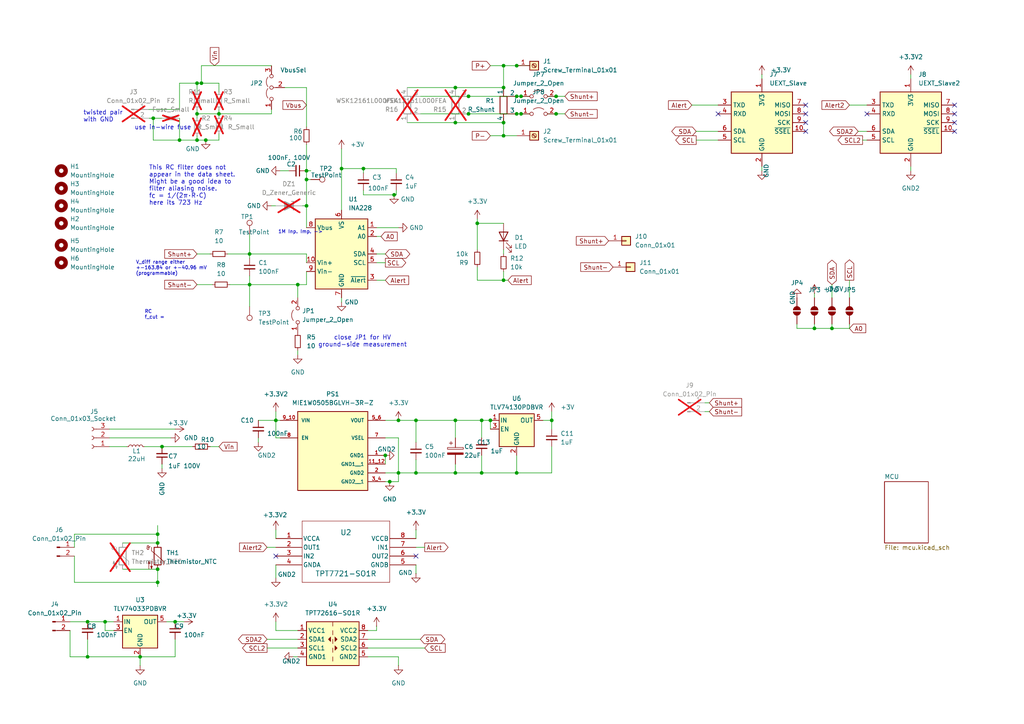
<source format=kicad_sch>
(kicad_sch (version 20231120) (generator "eeschema") (generator_version "8.0")
  (paper "A4")
  (junction (at 151.13 27.94))
  (junction (at 113.03 139.7))
  (junction (at 59.69 40.64))
  (junction (at 120.65 121.92))
  (junction (at 88.9 52.07))
  (junction (at 149.86 137.16))
  (junction (at 58.42 24.13))
  (junction (at 132.08 35.56))
  (junction (at 111.76 132.08))
  (junction (at 45.72 154.94))
  (junction (at 99.06 48.895))
  (junction (at 88.9 49.53))
  (junction (at 88.9 59.69))
  (junction (at 115.57 121.92))
  (junction (at 146.05 35.56))
  (junction (at 139.7 137.16))
  (junction (at 146.05 19.05))
  (junction (at 44.45 34.29))
  (junction (at 63.5 33.02))
  (junction (at 25.4 180.34))
  (junction (at 132.08 25.4))
  (junction (at 86.36 82.55))
  (junction (at 46.99 129.54))
  (junction (at 25.4 190.5))
  (junction (at 132.08 137.16))
  (junction (at 57.15 24.13))
  (junction (at 30.48 180.34))
  (junction (at 149.86 33.02))
  (junction (at 146.05 25.4))
  (junction (at 161.29 27.94))
  (junction (at 151.13 33.02))
  (junction (at 139.7 121.92))
  (junction (at 120.65 137.16))
  (junction (at 135.89 33.02))
  (junction (at 114.3 56.515))
  (junction (at 161.29 33.02))
  (junction (at 45.72 168.91))
  (junction (at 45.72 165.1))
  (junction (at 72.39 73.66))
  (junction (at 45.72 157.48))
  (junction (at 72.39 82.55))
  (junction (at 138.43 64.77))
  (junction (at 50.8 180.34))
  (junction (at 149.86 19.05))
  (junction (at 160.02 121.92))
  (junction (at 132.08 121.92))
  (junction (at 80.01 121.92))
  (junction (at 57.15 40.64))
  (junction (at 241.3 95.25))
  (junction (at 105.41 48.895))
  (junction (at 146.05 39.37))
  (junction (at 135.89 27.94))
  (junction (at 52.07 40.64))
  (junction (at 236.22 95.25))
  (junction (at 146.05 81.28))
  (junction (at 149.86 27.94))
  (junction (at 115.57 137.16))
  (junction (at 57.15 33.02))
  (junction (at 142.24 121.92))
  (junction (at 40.64 190.5))
  (no_connect (at 120.65 161.29))
  (no_connect (at 80.01 161.29))
  (no_connect (at 276.86 30.48))
  (no_connect (at 276.86 33.02))
  (no_connect (at 233.68 30.48))
  (no_connect (at 251.46 33.02))
  (no_connect (at 233.68 38.1))
  (no_connect (at 233.68 35.56))
  (no_connect (at 208.28 33.02))
  (no_connect (at 276.86 35.56))
  (no_connect (at 233.68 33.02))
  (no_connect (at 276.86 38.1))
  (wire (pts (xy 158.75 33.02) (xy 161.29 33.02)))
  (wire (pts (xy 43.18 34.29) (xy 44.45 34.29)))
  (wire (pts (xy 160.02 129.54) (xy 160.02 137.16)))
  (wire (pts (xy 151.13 27.94) (xy 153.67 27.94)))
  (wire (pts (xy 114.935 55.245) (xy 114.935 56.515)))
  (wire (pts (xy 63.5 31.75) (xy 63.5 33.02)))
  (wire (pts (xy 31.75 124.46) (xy 50.8 124.46)))
  (wire (pts (xy 63.5 40.64) (xy 63.5 38.735)))
  (wire (pts (xy 63.5 33.02) (xy 63.5 33.655)))
  (wire (pts (xy 77.47 187.96) (xy 86.36 187.96)))
  (wire (pts (xy 85.09 190.5) (xy 86.36 190.5)))
  (wire (pts (xy 50.8 180.34) (xy 53.34 180.34)))
  (wire (pts (xy 86.36 182.88) (xy 80.01 182.88)))
  (wire (pts (xy 146.05 81.28) (xy 147.32 81.28)))
  (wire (pts (xy 46.99 129.54) (xy 55.88 129.54)))
  (wire (pts (xy 77.47 185.42) (xy 86.36 185.42)))
  (wire (pts (xy 121.92 27.94) (xy 135.89 27.94)))
  (wire (pts (xy 66.04 73.66) (xy 72.39 73.66)))
  (wire (pts (xy 57.15 40.64) (xy 59.69 40.64)))
  (wire (pts (xy 142.24 39.37) (xy 146.05 39.37)))
  (wire (pts (xy 111.76 137.16) (xy 115.57 137.16)))
  (wire (pts (xy 20.32 180.34) (xy 25.4 180.34)))
  (wire (pts (xy 45.72 154.94) (xy 45.72 157.48)))
  (wire (pts (xy 45.72 152.4) (xy 45.72 154.94)))
  (wire (pts (xy 90.17 52.07) (xy 88.9 52.07)))
  (wire (pts (xy 139.7 137.16) (xy 132.08 137.16)))
  (wire (pts (xy 138.43 64.77) (xy 146.05 64.77)))
  (wire (pts (xy 149.86 39.37) (xy 146.05 39.37)))
  (wire (pts (xy 72.39 73.66) (xy 72.39 74.93)))
  (wire (pts (xy 50.8 185.42) (xy 50.8 190.5)))
  (wire (pts (xy 113.03 139.7) (xy 115.57 139.7)))
  (wire (pts (xy 72.39 73.66) (xy 88.9 73.66)))
  (wire (pts (xy 106.68 182.88) (xy 109.22 182.88)))
  (wire (pts (xy 78.74 31.75) (xy 78.74 33.02)))
  (wire (pts (xy 157.48 121.92) (xy 160.02 121.92)))
  (wire (pts (xy 264.16 21.59) (xy 264.16 22.86)))
  (wire (pts (xy 78.74 59.69) (xy 80.01 59.69)))
  (wire (pts (xy 88.9 73.66) (xy 88.9 76.2)))
  (wire (pts (xy 132.08 134.62) (xy 132.08 137.16)))
  (wire (pts (xy 236.22 85.09) (xy 236.22 86.36)))
  (wire (pts (xy 115.57 66.04) (xy 109.22 66.04)))
  (wire (pts (xy 41.91 129.54) (xy 46.99 129.54)))
  (wire (pts (xy 72.39 82.55) (xy 72.39 88.9)))
  (wire (pts (xy 149.86 137.16) (xy 139.7 137.16)))
  (wire (pts (xy 241.3 82.55) (xy 241.3 86.36)))
  (wire (pts (xy 115.57 137.16) (xy 115.57 139.7)))
  (wire (pts (xy 111.76 121.92) (xy 115.57 121.92)))
  (wire (pts (xy 86.36 101.6) (xy 86.36 102.87)))
  (wire (pts (xy 132.08 127) (xy 132.08 121.92)))
  (wire (pts (xy 59.69 40.64) (xy 63.5 40.64)))
  (wire (pts (xy 57.15 33.02) (xy 63.5 33.02)))
  (wire (pts (xy 146.05 34.29) (xy 146.05 35.56)))
  (wire (pts (xy 72.39 82.55) (xy 86.36 82.55)))
  (wire (pts (xy 31.75 127) (xy 49.53 127)))
  (wire (pts (xy 139.7 121.92) (xy 142.24 121.92)))
  (wire (pts (xy 246.38 95.25) (xy 246.38 93.98)))
  (wire (pts (xy 138.43 81.28) (xy 146.05 81.28)))
  (wire (pts (xy 111.76 127) (xy 115.57 127)))
  (wire (pts (xy 40.64 190.5) (xy 40.64 193.04)))
  (wire (pts (xy 132.08 137.16) (xy 120.65 137.16)))
  (wire (pts (xy 57.15 26.67) (xy 57.15 24.13)))
  (wire (pts (xy 80.01 127) (xy 81.28 127)))
  (wire (pts (xy 106.68 190.5) (xy 115.57 190.5)))
  (wire (pts (xy 82.55 25.4) (xy 88.9 25.4)))
  (wire (pts (xy 248.92 38.1) (xy 251.46 38.1)))
  (wire (pts (xy 161.29 27.94) (xy 163.83 27.94)))
  (wire (pts (xy 44.45 40.64) (xy 52.07 40.64)))
  (wire (pts (xy 44.45 40.64) (xy 44.45 34.29)))
  (wire (pts (xy 72.39 80.01) (xy 72.39 82.55)))
  (wire (pts (xy 109.22 68.58) (xy 110.49 68.58)))
  (wire (pts (xy 99.06 43.18) (xy 99.06 48.895)))
  (wire (pts (xy 57.15 82.55) (xy 61.595 82.55)))
  (wire (pts (xy 80.01 180.34) (xy 80.01 182.88)))
  (wire (pts (xy 88.9 49.53) (xy 88.9 52.07)))
  (wire (pts (xy 105.41 55.245) (xy 105.41 56.515)))
  (wire (pts (xy 132.08 121.92) (xy 139.7 121.92)))
  (wire (pts (xy 43.18 31.75) (xy 52.07 31.75)))
  (wire (pts (xy 72.39 67.945) (xy 72.39 73.66)))
  (wire (pts (xy 86.36 82.55) (xy 86.36 86.36)))
  (wire (pts (xy 21.59 154.94) (xy 21.59 158.75)))
  (wire (pts (xy 158.75 27.94) (xy 161.29 27.94)))
  (wire (pts (xy 25.4 180.34) (xy 30.48 180.34)))
  (wire (pts (xy 106.68 187.96) (xy 123.19 187.96)))
  (wire (pts (xy 109.22 81.28) (xy 111.76 81.28)))
  (wire (pts (xy 25.4 190.5) (xy 40.64 190.5)))
  (wire (pts (xy 52.07 24.13) (xy 57.15 24.13)))
  (wire (pts (xy 45.72 168.91) (xy 45.72 170.18)))
  (wire (pts (xy 142.24 121.92) (xy 142.24 124.46)))
  (wire (pts (xy 121.92 33.02) (xy 135.89 33.02)))
  (wire (pts (xy 105.41 56.515) (xy 114.3 56.515)))
  (wire (pts (xy 120.65 158.75) (xy 123.19 158.75)))
  (wire (pts (xy 80.01 153.67) (xy 80.01 156.21)))
  (wire (pts (xy 45.72 154.94) (xy 21.59 154.94)))
  (wire (pts (xy 46.99 134.62) (xy 46.99 135.89)))
  (wire (pts (xy 135.89 27.94) (xy 149.86 27.94)))
  (wire (pts (xy 201.93 40.64) (xy 208.28 40.64)))
  (wire (pts (xy 114.3 56.515) (xy 114.935 56.515)))
  (wire (pts (xy 139.7 121.92) (xy 139.7 127)))
  (wire (pts (xy 120.65 128.27) (xy 120.65 121.92)))
  (wire (pts (xy 115.57 193.04) (xy 115.57 190.5)))
  (wire (pts (xy 204.47 119.38) (xy 205.74 119.38)))
  (wire (pts (xy 146.05 72.39) (xy 146.05 73.66)))
  (wire (pts (xy 31.75 129.54) (xy 36.83 129.54)))
  (wire (pts (xy 149.86 33.02) (xy 151.13 33.02)))
  (wire (pts (xy 52.07 31.75) (xy 52.07 24.13)))
  (wire (pts (xy 66.675 82.55) (xy 72.39 82.55)))
  (wire (pts (xy 60.96 129.54) (xy 63.5 129.54)))
  (wire (pts (xy 35.56 157.48) (xy 45.72 157.48)))
  (wire (pts (xy 246.38 81.28) (xy 246.38 86.36)))
  (wire (pts (xy 160.02 137.16) (xy 149.86 137.16)))
  (wire (pts (xy 99.06 86.36) (xy 99.06 87.63)))
  (wire (pts (xy 48.26 180.34) (xy 50.8 180.34)))
  (wire (pts (xy 201.93 38.1) (xy 208.28 38.1)))
  (wire (pts (xy 151.13 33.02) (xy 153.67 33.02)))
  (wire (pts (xy 200.66 30.48) (xy 208.28 30.48)))
  (wire (pts (xy 132.08 25.4) (xy 146.05 25.4)))
  (wire (pts (xy 88.9 52.07) (xy 88.9 59.69)))
  (wire (pts (xy 87.63 59.69) (xy 88.9 59.69)))
  (wire (pts (xy 57.15 73.66) (xy 60.96 73.66)))
  (wire (pts (xy 52.07 40.64) (xy 57.15 40.64)))
  (wire (pts (xy 80.01 127) (xy 80.01 121.92)))
  (wire (pts (xy 30.48 182.88) (xy 30.48 180.34)))
  (wire (pts (xy 63.5 24.13) (xy 63.5 26.67)))
  (wire (pts (xy 99.06 48.895) (xy 105.41 48.895)))
  (wire (pts (xy 250.19 40.64) (xy 251.46 40.64)))
  (wire (pts (xy 149.86 132.08) (xy 149.86 137.16)))
  (wire (pts (xy 109.22 181.61) (xy 109.22 182.88)))
  (wire (pts (xy 74.93 121.92) (xy 80.01 121.92)))
  (wire (pts (xy 80.01 163.83) (xy 80.01 167.64)))
  (wire (pts (xy 21.59 168.91) (xy 45.72 168.91)))
  (wire (pts (xy 120.65 163.83) (xy 120.65 166.37)))
  (wire (pts (xy 114.935 48.895) (xy 114.935 50.165)))
  (wire (pts (xy 241.3 95.25) (xy 246.38 95.25)))
  (wire (pts (xy 44.45 34.29) (xy 46.99 34.29)))
  (wire (pts (xy 241.3 95.25) (xy 241.3 93.98)))
  (wire (pts (xy 118.11 35.56) (xy 132.08 35.56)))
  (wire (pts (xy 88.9 49.53) (xy 90.17 49.53)))
  (wire (pts (xy 35.56 165.1) (xy 45.72 165.1)))
  (wire (pts (xy 81.28 49.53) (xy 83.82 49.53)))
  (wire (pts (xy 25.4 185.42) (xy 25.4 190.5)))
  (wire (pts (xy 111.76 139.7) (xy 113.03 139.7)))
  (wire (pts (xy 78.74 19.05) (xy 58.42 19.05)))
  (wire (pts (xy 80.01 121.92) (xy 81.28 121.92)))
  (wire (pts (xy 142.24 19.05) (xy 146.05 19.05)))
  (wire (pts (xy 160.02 119.38) (xy 160.02 121.92)))
  (wire (pts (xy 115.57 127) (xy 115.57 137.16)))
  (wire (pts (xy 33.02 182.88) (xy 30.48 182.88)))
  (wire (pts (xy 30.48 180.34) (xy 33.02 180.34)))
  (wire (pts (xy 20.32 182.88) (xy 20.32 190.5)))
  (wire (pts (xy 231.14 95.25) (xy 236.22 95.25)))
  (wire (pts (xy 57.15 24.13) (xy 58.42 24.13)))
  (wire (pts (xy 57.15 31.75) (xy 57.15 33.02)))
  (wire (pts (xy 57.15 33.02) (xy 57.15 34.29)))
  (wire (pts (xy 120.65 153.67) (xy 120.65 156.21)))
  (wire (pts (xy 264.16 48.26) (xy 264.16 49.53)))
  (wire (pts (xy 236.22 95.25) (xy 241.3 95.25)))
  (wire (pts (xy 88.9 78.74) (xy 88.9 82.55)))
  (wire (pts (xy 58.42 24.13) (xy 63.5 24.13)))
  (wire (pts (xy 132.08 35.56) (xy 146.05 35.56)))
  (wire (pts (xy 138.43 64.77) (xy 138.43 72.39)))
  (wire (pts (xy 80.01 119.38) (xy 80.01 121.92)))
  (wire (pts (xy 63.5 33.02) (xy 78.74 33.02)))
  (wire (pts (xy 146.05 35.56) (xy 146.05 39.37)))
  (wire (pts (xy 50.8 190.5) (xy 40.64 190.5)))
  (wire (pts (xy 132.08 121.92) (xy 120.65 121.92)))
  (wire (pts (xy 88.9 25.4) (xy 88.9 36.83)))
  (wire (pts (xy 20.32 190.5) (xy 25.4 190.5)))
  (wire (pts (xy 74.93 127) (xy 74.93 128.27)))
  (wire (pts (xy 146.05 19.05) (xy 149.86 19.05)))
  (wire (pts (xy 111.76 132.08) (xy 111.76 134.62)))
  (wire (pts (xy 149.86 27.94) (xy 151.13 27.94)))
  (wire (pts (xy 135.89 33.02) (xy 149.86 33.02)))
  (wire (pts (xy 77.47 158.75) (xy 80.01 158.75)))
  (wire (pts (xy 86.36 82.55) (xy 88.9 82.55)))
  (wire (pts (xy 149.86 19.05) (xy 153.67 19.05)))
  (wire (pts (xy 109.22 76.2) (xy 111.76 76.2)))
  (wire (pts (xy 146.05 78.74) (xy 146.05 81.28)))
  (wire (pts (xy 236.22 95.25) (xy 236.22 93.98)))
  (wire (pts (xy 139.7 132.08) (xy 139.7 137.16)))
  (wire (pts (xy 246.38 30.48) (xy 251.46 30.48)))
  (wire (pts (xy 99.06 48.895) (xy 99.06 60.96)))
  (wire (pts (xy 231.14 95.25) (xy 231.14 93.98)))
  (wire (pts (xy 115.57 121.92) (xy 120.65 121.92)))
  (wire (pts (xy 106.68 185.42) (xy 121.92 185.42)))
  (wire (pts (xy 120.65 137.16) (xy 115.57 137.16)))
  (wire (pts (xy 105.41 48.895) (xy 114.935 48.895)))
  (wire (pts (xy 220.98 21.59) (xy 220.98 22.86)))
  (wire (pts (xy 45.72 165.1) (xy 45.72 168.91)))
  (wire (pts (xy 57.15 39.37) (xy 57.15 40.64)))
  (wire (pts (xy 161.29 33.02) (xy 163.83 33.02)))
  (wire (pts (xy 160.02 121.92) (xy 160.02 124.46)))
  (wire (pts (xy 120.65 133.35) (xy 120.65 137.16)))
  (wire (pts (xy 146.05 19.05) (xy 146.05 25.4)))
  (wire (pts (xy 138.43 63.5) (xy 138.43 64.77)))
  (wire (pts (xy 109.22 73.66) (xy 111.76 73.66)))
  (wire (pts (xy 204.47 116.84) (xy 205.74 116.84)))
  (wire (pts (xy 105.41 48.895) (xy 105.41 50.165)))
  (wire (pts (xy 118.11 25.4) (xy 132.08 25.4)))
  (wire (pts (xy 88.9 41.91) (xy 88.9 49.53)))
  (wire (pts (xy 58.42 19.05) (xy 58.42 24.13)))
  (wire (pts (xy 21.59 161.29) (xy 21.59 168.91)))
  (wire (pts (xy 146.05 25.4) (xy 146.05 26.67)))
  (wire (pts (xy 220.98 48.26) (xy 220.98 49.53)))
  (wire (pts (xy 88.9 59.69) (xy 88.9 66.04)))
  (wire (pts (xy 138.43 77.47) (xy 138.43 81.28)))
  (wire (pts (xy 52.07 34.29) (xy 52.07 40.64)))
  (text "1M Inp. Imp. ->" (at 80.645 67.945 0) (effects (font (size 1 1)) (justify left bottom)))
  (text "RC\nf_cut = " (at 41.91 92.71 0) (effects (font (size 1 1)) (justify left bottom)))
  (text "This RC filter does not\nappear in the data sheet.\nMight be a good idea to \nfilter aliasing noise.\nf_{C} = 1/(2π·R·C)\nhere its 723 Hz" (at 43.18 59.69 0) (effects (font (size 1.27 1.27)) (justify left bottom)))
  (text "close JP1 for HV\nground-side measurement" (at 105.156 99.06 0) (effects (font (size 1.27 1.27))))
  (text "use in-wire fuse\n" (at 47.244 37.084 0) (effects (font (size 1.27 1.27))))
  (text "TODO:\n* choose current sense resistor https://www.lcsc.com/products/Current-Sense-Resistors-Shunt-Resistors_909.html\n* eval board schematics https://www.ti.com/lit/ug/sbou241e/sbou241e.pdf\n* relay output\n* another led gpio\n* deep sleep?\n* serial out? (isolated)\n\n* Add PWM output (2,4ch)\n* add 2x AUX ADC1 inputs with voltage dividers\n* Add uext\n* add 2nd voltage divicer network\n* add alert output\n\nanalog version: use analog amp https://www.ti.com/de-de/amplifier-circuit/current-sense/analog-output/products.html#sort=p1170;asc\n+ ADC" (at 84.836 -3.81 0) (effects (font (size 1.27 1.27)) (justify left bottom)))
  (text "V_diff range either\n+-163.84 or +-40.96 mV\n(programmable)" (at 39.37 80.01 0) (effects (font (size 1 1)) (justify left bottom)))
  (text "twisted pair\nwith GND" (at 24.13 35.56 0) (effects (font (size 1.27 1.27)) (justify left bottom)))
  (global_label "Shunt+" (shape input) (at 205.74 116.84 0) (property "Intersheetrefs" "${INTERSHEET_REFS}" (effects (hide yes))))
  (global_label "Shunt-" (shape input) (at 205.74 119.38 0) (property "Intersheetrefs" "${INTERSHEET_REFS}" (effects (hide yes))))
  (global_label "P-" (shape input) (at 142.24 39.37 180) (property "Intersheetrefs" "${INTERSHEET_REFS}" (effects (hide yes))))
  (global_label "Alert" (shape input) (at 111.76 81.28 0) (property "Intersheetrefs" "${INTERSHEET_REFS}" (effects (hide yes))))
  (global_label "P+" (shape input) (at 142.24 19.05 180) (property "Intersheetrefs" "${INTERSHEET_REFS}" (effects (hide yes))))
  (global_label "SCL" (shape output) (at 246.38 81.28 90) (property "Intersheetrefs" "${INTERSHEET_REFS}" (effects (hide yes))))
  (global_label "SCL" (shape output) (at 111.76 76.2 0) (property "Intersheetrefs" "${INTERSHEET_REFS}" (effects (hide yes))))
  (global_label "SCL2" (shape output) (at 250.19 40.64 180) (property "Intersheetrefs" "${INTERSHEET_REFS}" (effects (hide yes))))
  (global_label "Shunt+" (shape input) (at 57.15 73.66 180) (property "Intersheetrefs" "${INTERSHEET_REFS}" (effects (hide yes))))
  (global_label "SDA2" (shape bidirectional) (at 77.47 185.42 180) (property "Intersheetrefs" "${INTERSHEET_REFS}" (effects (hide yes))))
  (global_label "Vin" (shape input) (at 62.23 19.05 90) (property "Intersheetrefs" "${INTERSHEET_REFS}" (effects (hide yes))))
  (global_label "SDA" (shape bidirectional) (at 201.93 38.1 180) (property "Intersheetrefs" "${INTERSHEET_REFS}" (effects (hide yes))))
  (global_label "SCL" (shape input) (at 123.19 187.96 0) (property "Intersheetrefs" "${INTERSHEET_REFS}" (effects (hide yes))))
  (global_label "Shunt+" (shape input) (at 163.83 27.94 0) (property "Intersheetrefs" "${INTERSHEET_REFS}" (effects (hide yes))))
  (global_label "Shunt-" (shape input) (at 57.15 82.55 180) (property "Intersheetrefs" "${INTERSHEET_REFS}" (effects (hide yes))))
  (global_label "Shunt-" (shape input) (at 177.8 77.47 180) (property "Intersheetrefs" "${INTERSHEET_REFS}" (effects (hide yes))))
  (global_label "Shunt-" (shape input) (at 163.83 33.02 0) (property "Intersheetrefs" "${INTERSHEET_REFS}" (effects (hide yes))))
  (global_label "Alert2" (shape input) (at 246.38 30.48 180) (property "Intersheetrefs" "${INTERSHEET_REFS}" (effects (hide yes))))
  (global_label "Alert" (shape output) (at 123.19 158.75 0) (property "Intersheetrefs" "${INTERSHEET_REFS}" (effects (hide yes))))
  (global_label "Vbus" (shape input) (at 88.9 30.48 180) (property "Intersheetrefs" "${INTERSHEET_REFS}" (effects (hide yes))))
  (global_label "SDA2" (shape bidirectional) (at 248.92 38.1 180) (property "Intersheetrefs" "${INTERSHEET_REFS}" (effects (hide yes))))
  (global_label "Shunt+" (shape input) (at 176.53 69.85 180) (property "Intersheetrefs" "${INTERSHEET_REFS}" (effects (hide yes))))
  (global_label "Alert" (shape input) (at 200.66 30.48 180) (property "Intersheetrefs" "${INTERSHEET_REFS}" (effects (hide yes))))
  (global_label "SDA" (shape bidirectional) (at 241.3 82.55 90) (property "Intersheetrefs" "${INTERSHEET_REFS}" (effects (hide yes))))
  (global_label "Vin" (shape input) (at 63.5 129.54 0) (property "Intersheetrefs" "${INTERSHEET_REFS}" (effects (hide yes))))
  (global_label "Alert2" (shape input) (at 77.47 158.75 180) (property "Intersheetrefs" "${INTERSHEET_REFS}" (effects (hide yes))))
  (global_label "SDA" (shape bidirectional) (at 121.92 185.42 0) (property "Intersheetrefs" "${INTERSHEET_REFS}" (effects (hide yes))))
  (global_label "A0" (shape input) (at 110.49 68.58 0) (property "Intersheetrefs" "${INTERSHEET_REFS}" (effects (hide yes))))
  (global_label "A0" (shape input) (at 246.38 95.25 0) (property "Intersheetrefs" "${INTERSHEET_REFS}" (effects (hide yes))))
  (global_label "SCL2" (shape output) (at 77.47 187.96 180) (property "Intersheetrefs" "${INTERSHEET_REFS}" (effects (hide yes))))
  (global_label "SDA" (shape bidirectional) (at 111.76 73.66 0) (property "Intersheetrefs" "${INTERSHEET_REFS}" (effects (hide yes))))
  (global_label "SCL" (shape output) (at 201.93 40.64 180) (property "Intersheetrefs" "${INTERSHEET_REFS}" (effects (hide yes))))
  (global_label "Alert" (shape input) (at 147.32 81.28 0) (property "Intersheetrefs" "${INTERSHEET_REFS}" (effects (hide yes))))
  (symbol (lib_id "Mechanical:MountingHole") (at 17.78 49.53 0) (unit 1) (exclude_from_sim yes) (in_bom no)
    (property "Reference" "H1" (at 20.32 48.2599 0) (effects (justify left)))
    (property "Value" "MountingHole" (at 20.32 50.7999 0) (effects (justify left)))
    (property "Footprint" "MountingHole:MountingHole_2.2mm_M2" (effects (hide yes)))
    (property "Description" "Mounting Hole without connection" (effects (hide yes)))
  )
  (symbol (lib_id "power:GND") (at 46.99 135.89 0) (unit 1)
    (property "Reference" "#PWR014" (effects (hide yes)))
    (property "Value" "GND" (at 46.9901 139.7 90) (effects (justify right)))
  )
  (symbol (lib_id "power:GND") (at 85.09 190.5 270) (unit 1)
    (property "Reference" "#PWR016" (effects (hide yes)))
    (property "Value" "GND2" (at 87.122 191.77 90) (effects (justify right)))
  )
  (symbol (lib_id "power:GND") (at 74.93 128.27 0) (unit 1)
    (property "Reference" "#PWR017" (effects (hide yes)))
    (property "Value" "GND2" (at 80.01 132.08 0) (effects (justify right)))
  )
  (symbol (lib_id "power:+3.3V") (at 53.34 180.34 270) (mirror x) (unit 1)
    (property "Reference" "#PWR05" (effects (hide yes)))
    (property "Value" "+3.3V" (at 54.102 178.562 90))
  )
  (symbol (lib_id "Connector:Screw_Terminal_01x01") (at 154.94 39.37 0) (unit 1)
    (property "Reference" "J2" (at 157.48 38.0999 0) (effects (justify left)))
    (property "Value" "Screw_Terminal_01x01" (at 157.48 40.6399 0) (effects (justify left)))
    (property "Footprint" "open-pe:Wuerth_PowerPlus_M5_Nut" (effects (hide yes)))
    (property "Description" "Generic screw terminal, single row, 01x01, script generated (kicad-library-utils/schlib/autogen/connector/)" (effects (hide yes)))
  )
  (symbol (lib_id "power:+3.3V") (at 80.01 119.38 0) (mirror y) (unit 1)
    (property "Reference" "#PWR021" (effects (hide yes)))
    (property "Value" "+3.3V2" (at 80.01 114.3 0))
  )
  (symbol (lib_id "Device:R_Small") (at 63.5 36.195 180) (unit 1) (in_bom no) (dnp yes)
    (property "Reference" "R4" (at 64.77 34.29 0) (effects (justify right)))
    (property "Value" "R_Small" (at 66.04 36.83 0) (effects (justify right)))
    (property "Footprint" "Resistor_SMD:R_0805_2012Metric" (effects (hide yes)))
  )
  (symbol (lib_name "+3.3V_1") (lib_id "power:+3.3V") (at 236.22 85.09 0) (unit 1)
    (property "Reference" "#PWR033" (effects (hide yes)))
    (property "Value" "+3.3V" (at 238.76 83.8199 0) (effects (justify left)))
    (property "Description" "Power symbol creates a global label with name \"+3.3V\"" (effects (hide yes)))
  )
  (symbol (lib_id "power:+3.3V") (at 80.01 153.67 0) (unit 1)
    (property "Reference" "#PWR026" (effects (hide yes)))
    (property "Value" "+3.3V2" (at 79.756 149.352 0))
  )
  (symbol (lib_id "Device:R_Small") (at 86.36 99.06 180) (unit 1)
    (property "Reference" "R5" (at 88.9 97.7899 0) (effects (justify right)))
    (property "Value" "10" (at 88.9 100.3299 0) (effects (justify right)))
    (property "Footprint" "Resistor_SMD:R_0805_2012Metric" (effects (hide yes)))
  )
  (symbol (lib_id "Connector:TestPoint") (at 72.39 88.9 180) (unit 1)
    (property "Reference" "TP3" (at 74.93 90.9319 0) (effects (justify right)))
    (property "Value" "TestPoint" (at 74.93 93.4719 0) (effects (justify right)))
    (property "Footprint" "TestPoint:TestPoint_Pad_D1.0mm" (effects (hide yes)))
  )
  (symbol (lib_id "power:GND2") (at 40.64 193.04 0) (unit 1)
    (property "Reference" "#PWR034" (effects (hide yes)))
    (property "Value" "GND" (at 40.64 198.12 0))
    (property "Description" "Power symbol creates a global label with name \"GND2\" , ground" (effects (hide yes)))
  )
  (symbol (lib_id "power:GND") (at 111.76 132.08 90) (unit 1)
    (property "Reference" "#PWR07" (effects (hide yes)))
    (property "Value" "GND2" (at 109.474 130.302 90) (effects (justify right)))
  )
  (symbol (lib_id "Device:C_Small") (at 86.36 49.53 270) (unit 1)
    (property "Reference" "C2" (at 84.455 47.625 90))
    (property "Value" "100nF, 100V" (at 83.82 45.72 90))
    (property "Footprint" "Capacitor_SMD:C_0805_2012Metric" (effects (hide yes)))
  )
  (symbol (lib_id "power:GND") (at 231.14 86.36 180) (unit 1)
    (property "Reference" "#PWR015" (effects (hide yes)))
    (property "Value" "GND" (at 229.87 88.392 90) (effects (justify right)))
  )
  (symbol (lib_id "Device:LED") (at 146.05 68.58 90) (unit 1)
    (property "Reference" "D1" (at 149.225 68.8974 90) (effects (justify right)))
    (property "Value" "LED" (at 149.225 71.4374 90) (effects (justify right)))
    (property "Footprint" "LED_SMD:LED_0805_2012Metric" (effects (hide yes)))
  )
  (symbol (lib_id "Device:C_Small") (at 72.39 77.47 0) (unit 1)
    (property "Reference" "C1" (at 74.93 76.2062 0) (effects (justify left)))
    (property "Value" "100nF" (at 74.93 78.7462 0) (effects (justify left)))
    (property "Footprint" "Capacitor_SMD:C_0805_2012Metric" (effects (hide yes)))
  )
  (symbol (lib_id "Device:R_Shunt") (at 146.05 30.48 0) (unit 1)
    (property "Reference" "R1" (at 143.51 29.2099 0) (effects (justify right)))
    (property "Value" "R_Shunt" (at 143.51 31.7499 0) (effects (justify right)))
    (property "Footprint" "Resistor_SMD:R_Shunt_Isabellenhuette_BVR4026" (effects (hide yes)))
    (property "Description" "Shunt resistor" (effects (hide yes)))
  )
  (symbol (lib_id "Mechanical:MountingHole") (at 17.78 76.2 0) (unit 1) (exclude_from_sim yes) (in_bom no)
    (property "Reference" "H6" (at 20.32 74.9299 0) (effects (justify left)))
    (property "Value" "MountingHole" (at 20.32 77.4699 0) (effects (justify left)))
    (property "Footprint" "MountingHole:MountingHole_2.2mm_M2" (effects (hide yes)))
    (property "Description" "Mounting Hole without connection" (effects (hide yes)))
  )
  (symbol (lib_id "Connector:UEXT_Slave") (at 264.16 35.56 0) (unit 1)
    (property "Reference" "J8" (at 266.3541 21.59 0) (effects (justify left)))
    (property "Value" "UEXT_Slave2" (at 266.3541 24.13 0) (effects (justify left)))
    (property "Footprint" "Connector_PinHeader_2.54mm:PinHeader_2x05_P2.54mm_Vertical" (effects (hide yes)))
    (property "Datasheet" "https://www.olimex.com/Products/Modules/UEXT/resources/UEXT_rev_B.pdf" (effects (hide yes)))
    (property "Description" "Universal EXTension (UEXT) is a connector layout which includes power and three serial buses: Asynchronous, I2C, and SPI" (effects (hide yes)))
  )
  (symbol (lib_id "Connector:TestPoint") (at 90.17 52.07 270) (unit 1)
    (property "Reference" "TP2" (at 92.71 48.895 90) (effects (justify left)))
    (property "Value" "TestPoint" (at 90.17 50.8 90) (effects (justify left)))
    (property "Footprint" "TestPoint:TestPoint_Pad_D1.0mm" (effects (hide yes)))
  )
  (symbol (lib_id "Connector:Screw_Terminal_01x01") (at 154.94 19.05 0) (unit 1)
    (property "Reference" "J1" (at 157.48 17.7799 0) (effects (justify left)))
    (property "Value" "Screw_Terminal_01x01" (at 157.48 20.3199 0) (effects (justify left)))
    (property "Footprint" "open-pe:Wuerth_PowerPlus_M5_Nut" (effects (hide yes)))
    (property "Description" "Generic screw terminal, single row, 01x01, script generated (kicad-library-utils/schlib/autogen/connector/)" (effects (hide yes)))
  )
  (symbol (lib_id "power:+3.3V") (at 138.43 63.5 0) (unit 1)
    (property "Reference" "#PWR08" (effects (hide yes)))
    (property "Value" "+3.3V" (at 138.43 58.42 0))
  )
  (symbol (lib_name "+3.3V_1") (lib_id "power:+3.3V") (at 109.22 181.61 0) (unit 1)
    (property "Reference" "#PWR030" (effects (hide yes)))
    (property "Value" "+3.3V" (at 109.22 176.53 0))
    (property "Description" "Power symbol creates a global label with name \"+3.3V\"" (effects (hide yes)))
  )
  (symbol (lib_id "Device:C_Small") (at 114.935 52.705 0) (unit 1) (on_board no)
    (property "Reference" "C4" (at 117.475 51.4412 0) (effects (justify left)))
    (property "Value" "1uF" (at 117.475 53.9812 0) (effects (justify left)))
    (property "Footprint" "Capacitor_SMD:C_0805_2012Metric" (effects (hide yes)))
  )
  (symbol (lib_id "power:GND2") (at 113.03 139.7 0) (unit 1)
    (property "Reference" "#PWR032" (effects (hide yes)))
    (property "Value" "GND" (at 113.03 144.78 0))
    (property "Description" "Power symbol creates a global label with name \"GND2\" , ground" (effects (hide yes)))
  )
  (symbol (lib_id "Connector:Conn_01x02_Pin") (at 199.39 116.84 0) (unit 1) (in_bom no) (on_board no) (dnp yes)
    (property "Reference" "J9" (at 200.025 111.76 0))
    (property "Value" "Conn_01x02_Pin" (at 200.025 114.3 0))
    (property "Footprint" "Connector_PinHeader_2.54mm:PinHeader_1x02_P2.54mm_Vertical" (effects (hide yes)))
    (property "Description" "Generic connector, single row, 01x02, script generated" (effects (hide yes)))
  )
  (symbol (lib_id "Device:R_Shunt") (at 118.11 30.48 0) (mirror x) (unit 1) (in_bom no) (dnp yes)
    (property "Reference" "R16" (at 115.57 31.7501 0) (effects (justify right)))
    (property "Value" "WSK12161L000FEA" (at 115.57 29.2101 0) (effects (justify right)))
    (property "Footprint" "open-pe:CSM3637_1-2mOHM_VIS" (effects (hide yes)))
    (property "Description" "Shunt resistor" (effects (hide yes)))
  )
  (symbol (lib_id "Connector:Conn_01x02_Pin") (at 15.24 180.34 0) (unit 1)
    (property "Reference" "J4" (at 15.875 175.26 0))
    (property "Value" "Conn_01x02_Pin" (at 15.875 177.8 0))
    (property "Footprint" "Connector_PinHeader_2.54mm:PinHeader_1x02_P2.54mm_Vertical" (effects (hide yes)))
    (property "Description" "Generic connector, single row, 01x02, script generated" (effects (hide yes)))
  )
  (symbol (lib_id "Jumper:SolderJumper_2_Open") (at 246.38 90.17 90) (unit 1) (exclude_from_sim yes) (in_bom no)
    (property "Reference" "JP5" (at 244.602 84.074 90) (effects (justify right)))
    (property "Value" "SolderJumper_2_Open" (effects (hide yes)))
    (property "Footprint" "open-pe:SolderJumper_0402_1005Metric" (effects (hide yes)))
    (property "Description" "Solder Jumper, 2-pole, open" (effects (hide yes)))
  )
  (symbol (lib_id "open-pe:TPT7721-SO1R") (at 80.01 156.21 0) (unit 1)
    (property "Reference" "U2" (at 100.33 154.432 0) (effects (font (size 1.524 1.524))))
    (property "Value" "TPT7721-SO1R" (at 100.33 166.37 0) (effects (font (size 1.524 1.524))))
    (property "Footprint" "Package_SO:SOP-8_3.9x4.9mm_P1.27mm" (effects (hide yes)))
    (property "Datasheet" "TPT7721-SO1R" (effects (hide yes)))
  )
  (symbol (lib_id "Regulator_Linear:TLV70012_SOT23-5") (at 40.64 182.88 0) (unit 1)
    (property "Reference" "U3" (at 40.64 173.99 0))
    (property "Value" "TLV74033PDBVR" (at 40.64 176.53 0))
    (property "Footprint" "Package_TO_SOT_SMD:SOT-23-5" (effects (hide yes)))
    (property "Datasheet" "https://mm.digikey.com/Volume0/opasdata/d220001/medias/docus/5334/TLV740P_DS.pdf" (effects (hide yes)))
    (property "Description" "300mA Low Dropout Voltage Regulator, Fixed Output 3.3V, SOT-23-5" (effects (hide yes)))
  )
  (symbol (lib_id "Device:L_Small") (at 39.37 129.54 90) (unit 1)
    (property "Reference" "L1" (at 39.624 130.81 90))
    (property "Value" "22uH" (at 39.624 133.096 90))
    (property "Footprint" "Inductor_SMD:L_0805_2012Metric" (effects (hide yes)))
    (property "Datasheet" "https://product.tdk.com/en/system/files?file=dam/doc/product/inductor/inductor/smd/catalog/inductor_commercial_decoupling_mlz2012_en.pdf" (effects (hide yes)))
    (property "Description" "Inductor, small symbol" (effects (hide yes)))
    (property "MPN" "MLZ2012N220LT000" (effects (hide yes)))
  )
  (symbol (lib_id "Jumper:SolderJumper_2_Open") (at 241.3 90.17 90) (unit 1) (exclude_from_sim yes) (in_bom no)
    (property "Reference" "JP6" (at 239.522 84.074 90) (effects (justify right)))
    (property "Value" "SolderJumper_2_Open" (effects (hide yes)))
    (property "Footprint" "open-pe:SolderJumper_0402_1005Metric" (effects (hide yes)))
    (property "Description" "Solder Jumper, 2-pole, open" (effects (hide yes)))
  )
  (symbol (lib_name "+3.3V_1") (lib_id "power:+3.3V") (at 264.16 21.59 0) (unit 1)
    (property "Reference" "#PWR025" (effects (hide yes)))
    (property "Value" "+3.3V2" (at 264.16 16.51 0))
    (property "Description" "Power symbol creates a global label with name \"+3.3V\"" (effects (hide yes)))
  )
  (symbol (lib_id "Device:R_Small") (at 146.05 76.2 0) (unit 1)
    (property "Reference" "R12" (at 147.955 74.9299 0) (effects (justify left)))
    (property "Value" "10k" (at 147.955 77.4699 0) (effects (justify left)))
    (property "Footprint" "Resistor_SMD:R_0805_2012Metric" (effects (hide yes)))
  )
  (symbol (lib_id "open-pe:MIE1W0505BGLVH-3R-Z") (at 96.52 129.54 0) (unit 1)
    (property "Reference" "PS1" (at 96.52 114.3 0))
    (property "Value" "MIE1W0505BGLVH-3R-Z" (at 96.52 116.84 0))
    (property "Footprint" "open-pe:CONV_MIE1W0505BGLVH-3R-Z" (effects (hide yes)))
    (property "PARTREV" "0.8" (effects (hide yes)))
    (property "STANDARD" "Manufacturer Recommendations" (effects (hide yes)))
    (property "MAXIMUM_PACKAGE_HEIGHT" "1.28mm" (effects (hide yes)))
    (property "MANUFACTURER" "Monolithic Power Systems Inc." (effects (hide yes)))
  )
  (symbol (lib_id "power:GND") (at 115.57 66.04 90) (unit 1)
    (property "Reference" "#PWR04" (effects (hide yes)))
    (property "Value" "GND" (at 118.745 66.0399 90) (effects (justify right)))
  )
  (symbol (lib_id "power:GND2") (at 120.65 166.37 0) (unit 1)
    (property "Reference" "#PWR029" (effects (hide yes)))
    (property "Value" "GND" (at 117.602 166.116 0))
    (property "Description" "Power symbol creates a global label with name \"GND2\" , ground" (effects (hide yes)))
  )
  (symbol (lib_id "Mechanical:MountingHole") (at 17.78 54.61 0) (unit 1) (exclude_from_sim yes) (in_bom no)
    (property "Reference" "H3" (at 20.32 53.3399 0) (effects (justify left)))
    (property "Value" "MountingHole" (at 20.32 55.8799 0) (effects (justify left)))
    (property "Footprint" "MountingHole:MountingHole_2.2mm_M2" (effects (hide yes)))
    (property "Description" "Mounting Hole without connection" (effects (hide yes)))
  )
  (symbol (lib_id "Jumper:Jumper_3_Open") (at 78.74 25.4 90) (unit 1) (exclude_from_sim yes) (in_bom no)
    (property "Reference" "JP2" (at 76.2 24.1299 90) (effects (justify left)))
    (property "Value" "VbusSel" (at 88.9 20.32 90) (effects (justify left)))
    (property "Footprint" "Jumper:SolderJumper-3_P1.3mm_Open_RoundedPad1.0x1.5mm" (effects (hide yes)))
    (property "Description" "Jumper, 3-pole, both open" (effects (hide yes)))
  )
  (symbol (lib_id "power:+3.3V") (at 99.06 43.18 0) (unit 1)
    (property "Reference" "#PWR02" (effects (hide yes)))
    (property "Value" "+3V" (at 101.6 41.9099 0) (effects (justify left)))
  )
  (symbol (lib_id "Device:C_Small") (at 160.02 127 0) (unit 1)
    (property "Reference" "C11" (at 162.56 125.7362 0) (effects (justify left)))
    (property "Value" "1uF" (at 162.56 128.2762 0) (effects (justify left)))
    (property "Footprint" "Capacitor_SMD:C_0805_2012Metric" (effects (hide yes)))
  )
  (symbol (lib_id "power:GND") (at 81.28 49.53 270) (unit 1)
    (property "Reference" "#PWR0102" (effects (hide yes)))
    (property "Value" "GND" (at 76.2 49.53 90))
  )
  (symbol (lib_id "Device:C_Small") (at 74.93 124.46 0) (unit 1)
    (property "Reference" "C10" (at 73.66 121.92 0) (effects (justify right)))
    (property "Value" "100nF" (at 77.47 125.7362 0) (effects (justify left)))
    (property "Footprint" "Capacitor_SMD:C_0805_2012Metric" (effects (hide yes)))
  )
  (symbol (lib_id "power:GND") (at 86.36 102.87 0) (unit 1)
    (property "Reference" "#PWR0101" (effects (hide yes)))
    (property "Value" "GND" (at 86.36 107.95 0))
  )
  (symbol (lib_id "Mechanical:MountingHole") (at 17.78 59.69 0) (unit 1) (exclude_from_sim yes) (in_bom no)
    (property "Reference" "H4" (at 20.32 58.4199 0) (effects (justify left)))
    (property "Value" "MountingHole" (at 20.32 60.9599 0) (effects (justify left)))
    (property "Footprint" "MountingHole:MountingHole_2.2mm_M2" (effects (hide yes)))
    (property "Description" "Mounting Hole without connection" (effects (hide yes)))
  )
  (symbol (lib_id "Device:R_Small") (at 58.42 129.54 90) (unit 1)
    (property "Reference" "R10" (at 60.198 127.508 90))
    (property "Value" "10" (at 58.42 129.54 90))
    (property "Footprint" "PCM_Resistor_SMD_AKL:R_0805_2012Metric" (effects (hide yes)))
    (property "Description" "Resistor, small symbol" (effects (hide yes)))
  )
  (symbol (lib_id "Jumper:SolderJumper_2_Open") (at 231.14 90.17 90) (unit 1) (exclude_from_sim yes) (in_bom no)
    (property "Reference" "JP4" (at 229.362 82.042 90) (effects (justify right)))
    (property "Value" "SolderJumper_2_Open" (effects (hide yes)))
    (property "Footprint" "open-pe:SolderJumper_0402_1005Metric" (effects (hide yes)))
    (property "Description" "Solder Jumper, 2-pole, open" (effects (hide yes)))
  )
  (symbol (lib_id "power:GND2") (at 264.16 49.53 0) (unit 1)
    (property "Reference" "#PWR024" (effects (hide yes)))
    (property "Value" "GND2" (at 264.16 54.61 0))
    (property "Description" "Power symbol creates a global label with name \"GND2\" , ground" (effects (hide yes)))
  )
  (symbol (lib_id "Connector_Generic:Conn_01x01") (at 182.88 77.47 0) (unit 1)
    (property "Reference" "J11" (at 185.42 76.1999 0) (effects (justify left)))
    (property "Value" "Conn_01x01" (at 185.42 78.7399 0) (effects (justify left)))
    (property "Footprint" "Connector_PinHeader_2.54mm:PinHeader_1x01_P2.54mm_Vertical" (effects (hide yes)))
    (property "Description" "Generic connector, single row, 01x01, script generated (kicad-library-utils/schlib/autogen/connector/)" (effects (hide yes)))
  )
  (symbol (lib_id "Device:Fuse_Small") (at 49.53 34.29 0) (unit 1) (exclude_from_sim yes) (in_bom no) (on_board no) (dnp yes)
    (property "Reference" "F2" (at 49.53 29.21 0))
    (property "Value" "Fuse_Small" (at 49.53 31.75 0))
    (property "Footprint" "Fuse:Fuseholder_Clip-5x20mm_Littelfuse_100_Inline_P20.50x4.60mm_D1.30mm_Horizontal" (effects (hide yes)))
  )
  (symbol (lib_id "power:GND") (at 78.74 59.69 270) (unit 1)
    (property "Reference" "#PWR012" (effects (hide yes)))
    (property "Value" "GND" (at 73.66 59.69 90))
  )
  (symbol (lib_id "power:GND") (at 99.06 87.63 0) (unit 1)
    (property "Reference" "#PWR03" (effects (hide yes)))
    (property "Value" "GND" (at 101.981 87.63 0))
  )
  (symbol (lib_id "power:GND") (at 114.3 56.515 0) (unit 1)
    (property "Reference" "#PWR06" (effects (hide yes)))
    (property "Value" "GND" (at 116.205 57.7849 0) (effects (justify left)))
  )
  (symbol (lib_id "PCM_Diode_Zener_AKL:D_Zener_Generic") (at 83.82 59.69 0) (unit 1) (in_bom no) (on_board no) (dnp yes)
    (property "Reference" "DZ1" (at 83.82 53.34 0))
    (property "Value" "D_Zener_Generic" (at 83.82 55.88 0))
    (property "Description" "Zener diode, generic symbol, Alternate KiCAD Library" (effects (hide yes)))
  )
  (symbol (lib_id "power:+3.3V") (at 50.8 124.46 270) (mirror x) (unit 1)
    (property "Reference" "#PWR022" (effects (hide yes)))
    (property "Value" "+3.3V" (at 51.562 122.682 90))
  )
  (symbol (lib_id "power:+3.3V") (at 160.02 119.38 0) (unit 1)
    (property "Reference" "#PWR035" (effects (hide yes)))
    (property "Value" "+3V" (at 162.56 118.1099 0) (effects (justify left)))
  )
  (symbol (lib_name "+3.3V_1") (lib_id "power:+3.3V") (at 220.98 21.59 0) (unit 1)
    (property "Reference" "#PWR023" (effects (hide yes)))
    (property "Value" "+3.3V" (at 223.52 20.3199 0) (effects (justify left)))
    (property "Description" "Power symbol creates a global label with name \"+3.3V\"" (effects (hide yes)))
  )
  (symbol (lib_id "Device:R_Small") (at 63.5 73.66 90) (unit 1)
    (property "Reference" "R7" (at 63.5 67.31 90))
    (property "Value" "10" (at 63.5 69.85 90))
    (property "Footprint" "Resistor_SMD:R_0805_2012Metric" (effects (hide yes)))
  )
  (symbol (lib_id "Device:Thermistor_NTC") (at 45.72 161.29 0) (unit 1)
    (property "Reference" "TH1" (at 48.26 160.3374 0) (effects (justify left)))
    (property "Value" "Thermistor_NTC" (at 48.26 162.8774 0) (effects (justify left)))
    (property "Footprint" "PCM_Resistor_SMD_AKL:R_0402_1005Metric" (effects (hide yes)))
    (property "Description" "Temperature dependent resistor, negative temperature coefficient" (effects (hide yes)))
  )
  (symbol (lib_id "Connector:Conn_01x02_Pin") (at 38.1 31.75 0) (unit 1) (in_bom no) (dnp yes)
    (property "Reference" "J3" (at 38.735 26.67 0))
    (property "Value" "Conn_01x02_Pin" (at 38.735 29.21 0))
    (property "Footprint" "Connector_PinHeader_2.54mm:PinHeader_1x02_P2.54mm_Vertical" (effects (hide yes)))
    (property "Description" "Generic connector, single row, 01x02, script generated" (effects (hide yes)))
  )
  (symbol (lib_id "Analog_ADC:INA226") (at 99.06 73.66 0) (unit 1)
    (property "Reference" "U1" (at 101.0794 57.785 0) (effects (justify left)))
    (property "Value" "INA228" (at 101.0794 60.325 0) (effects (justify left)))
    (property "Footprint" "Package_SO:VSSOP-10_3x3mm_P0.5mm" (effects (hide yes)))
    (property "Datasheet" "https://www.ti.com/lit/ds/symlink/ina228-q1.pdf" (effects (hide yes)))
  )
  (symbol (lib_id "power:GND") (at 80.01 167.64 0) (unit 1)
    (property "Reference" "#PWR027" (effects (hide yes)))
    (property "Value" "GND2" (at 85.852 166.624 0) (effects (justify right)))
  )
  (symbol (lib_id "Device:R_Small") (at 64.135 82.55 90) (unit 1)
    (property "Reference" "R8" (at 64.135 76.835 90))
    (property "Value" "10" (at 64.135 79.375 90))
    (property "Footprint" "Resistor_SMD:R_0805_2012Metric" (effects (hide yes)))
  )
  (symbol (lib_id "Jumper:Jumper_2_Open") (at 86.36 91.44 90) (unit 1)
    (property "Reference" "JP1" (at 87.63 90.1699 90) (effects (justify right)))
    (property "Value" "Jumper_2_Open" (at 87.63 92.7099 90) (effects (justify right)))
    (property "Footprint" "Jumper:SolderJumper-2_P1.3mm_Open_RoundedPad1.0x1.5mm" (effects (hide yes)))
  )
  (symbol (lib_id "Regulator_Linear:TLV70012_SOT23-5") (at 149.86 124.46 0) (unit 1)
    (property "Reference" "U6" (at 149.86 115.57 0))
    (property "Value" "TLV74130PDBVR" (at 149.86 118.11 0))
    (property "Footprint" "Package_TO_SOT_SMD:SOT-23-5" (effects (hide yes)))
    (property "Datasheet" "https://www.ti.com/general/docs/suppproductinfo.tsp?distId=10&gotoUrl=http%3A%2F%2Fwww.ti.com%2Flit%2Fgpn%2Ftlv741p" (effects (hide yes)))
    (property "Description" "300mA Low Dropout Voltage Regulator, Fixed Output 3V, SOT-23-5" (effects (hide yes)))
  )
  (symbol (lib_id "power:+3.3V") (at 80.01 180.34 0) (mirror y) (unit 1)
    (property "Reference" "#PWR031" (effects (hide yes)))
    (property "Value" "+3.3V2" (at 80.01 175.26 0))
  )
  (symbol (lib_id "Device:C_Small") (at 25.4 182.88 0) (unit 1)
    (property "Reference" "C8" (at 27.94 181.6162 0) (effects (justify right)))
    (property "Value" "100nF" (at 27.94 184.1562 0) (effects (justify left)))
    (property "Footprint" "Capacitor_SMD:C_0805_2012Metric" (effects (hide yes)))
  )
  (symbol (lib_id "Device:C_Small") (at 105.41 52.705 0) (unit 1)
    (property "Reference" "C3" (at 107.95 51.4412 0) (effects (justify left)))
    (property "Value" "100nF" (at 106.68 54.61 0) (effects (justify left)))
    (property "Footprint" "Capacitor_SMD:C_0805_2012Metric" (effects (hide yes)))
  )
  (symbol (lib_id "Device:Thermistor_NTC") (at 35.56 161.29 0) (unit 1) (in_bom no) (dnp yes)
    (property "Reference" "TH2" (at 38.1 160.3374 0) (effects (justify left)))
    (property "Value" "Thermistor_NTC" (at 38.1 162.8774 0) (effects (justify left)))
    (property "Footprint" "PCM_Resistor_SMD_AKL:R_0402_1005Metric" (effects (hide yes)))
    (property "Description" "Temperature dependent resistor, negative temperature coefficient" (effects (hide yes)))
  )
  (symbol (lib_id "Jumper:Jumper_2_Open") (at 156.21 27.94 0) (unit 1)
    (property "Reference" "JP7" (at 156.21 21.59 0))
    (property "Value" "Jumper_2_Open" (at 156.21 24.13 0))
    (property "Footprint" "open-pe:SolderJumper_0402_1005Metric" (effects (hide yes)))
  )
  (symbol (lib_id "Device:C_Polarized") (at 132.08 130.81 0) (unit 1)
    (property "Reference" "C6" (at 134.62 129.5462 0) (effects (justify left)))
    (property "Value" "22uF" (at 134.62 132.0862 0) (effects (justify left)))
    (property "Footprint" "Capacitor_SMD:CP_Elec_6.3x5.9" (effects (hide yes)))
    (property "Description" "Polarized capacitor" (effects (hide yes)))
    (property "MPN" " A766EB226M1DLAE060" (effects (hide yes)))
  )
  (symbol (lib_id "Mechanical:MountingHole") (at 17.78 64.77 0) (unit 1) (exclude_from_sim yes) (in_bom no)
    (property "Reference" "H2" (at 20.32 63.4999 0) (effects (justify left)))
    (property "Value" "MountingHole" (at 20.32 66.0399 0) (effects (justify left)))
    (property "Footprint" "MountingHole:MountingHole_2.2mm_M2" (effects (hide yes)))
    (property "Description" "Mounting Hole without connection" (effects (hide yes)))
  )
  (symbol (lib_id "Jumper:SolderJumper_2_Open") (at 236.22 90.17 90) (unit 1) (exclude_from_sim yes) (in_bom no)
    (property "Reference" "JP3" (at 234.442 84.074 90) (effects (justify right)))
    (property "Value" "SolderJumper_2_Open" (effects (hide yes)))
    (property "Footprint" "open-pe:SolderJumper_0402_1005Metric" (effects (hide yes)))
    (property "Description" "Solder Jumper, 2-pole, open" (effects (hide yes)))
  )
  (symbol (lib_id "Device:C_Small") (at 46.99 132.08 180) (unit 1)
    (property "Reference" "C7" (at 48.768 132.334 0) (effects (justify right)))
    (property "Value" "1uF 100V" (at 48.768 135.128 0) (effects (justify right)))
    (property "Footprint" "Capacitor_SMD:C_0805_2012Metric" (effects (hide yes)))
    (property "Description" "Unpolarized capacitor, small symbol" (effects (hide yes)))
  )
  (symbol (lib_id "Connector:Conn_01x03_Socket") (at 26.67 127 180) (unit 1)
    (property "Reference" "J5" (at 27.305 119.38 0))
    (property "Value" "Conn_01x03_Socket" (at 24.13 121.412 0))
    (property "Footprint" "Connector_PinHeader_2.54mm:PinHeader_1x03_P2.54mm_Vertical" (effects (hide yes)))
    (property "Description" "Generic connector, single row, 01x03, script generated" (effects (hide yes)))
  )
  (symbol (lib_name "+3.3V_1") (lib_id "power:+3.3V") (at 115.57 121.92 0) (unit 1)
    (property "Reference" "#PWR019" (effects (hide yes)))
    (property "Value" "+3.3V" (at 115.57 116.84 0))
    (property "Description" "Power symbol creates a global label with name \"+3.3V\"" (effects (hide yes)))
  )
  (symbol (lib_id "Device:C_Small") (at 50.8 182.88 0) (unit 1)
    (property "Reference" "C9" (at 53.34 181.6162 0) (effects (justify right)))
    (property "Value" "100nF" (at 53.34 184.1562 0) (effects (justify left)))
    (property "Footprint" "Capacitor_SMD:C_0805_2012Metric" (effects (hide yes)))
  )
  (symbol (lib_id "Mechanical:MountingHole") (at 17.78 71.12 0) (unit 1) (exclude_from_sim yes) (in_bom no)
    (property "Reference" "H5" (at 20.32 69.8499 0) (effects (justify left)))
    (property "Value" "MountingHole" (at 20.32 72.3899 0) (effects (justify left)))
    (property "Footprint" "MountingHole:MountingHole_2.2mm_M2" (effects (hide yes)))
    (property "Description" "Mounting Hole without connection" (effects (hide yes)))
  )
  (symbol (lib_id "Connector:TestPoint") (at 72.39 67.945 0) (unit 1)
    (property "Reference" "TP1" (at 69.85 62.865 0) (effects (justify left)))
    (property "Value" "TestPoint" (at 69.215 67.31 0) (effects (justify left)))
    (property "Footprint" "TestPoint:TestPoint_Pad_D1.0mm" (effects (hide yes)))
  )
  (symbol (lib_id "power:GND2") (at 115.57 193.04 0) (unit 1)
    (property "Reference" "#PWR018" (effects (hide yes)))
    (property "Value" "GND" (at 115.57 198.12 0))
    (property "Description" "Power symbol creates a global label with name \"GND2\" , ground" (effects (hide yes)))
  )
  (symbol (lib_id "power:GND") (at 220.98 49.53 0) (unit 1)
    (property "Reference" "#PWR013" (effects (hide yes)))
    (property "Value" "GND" (at 222.25 47.498 90) (effects (justify right)))
  )
  (symbol (lib_id "Device:C_Small") (at 139.7 129.54 0) (unit 1)
    (property "Reference" "C13" (at 142.24 128.2762 0) (effects (justify right)))
    (property "Value" "1uF" (at 142.24 130.8162 0) (effects (justify left)))
    (property "Footprint" "Capacitor_SMD:C_0805_2012Metric" (effects (hide yes)))
  )
  (symbol (lib_id "Device:R_Small") (at 88.9 39.37 180) (unit 1)
    (property "Reference" "R6" (at 85.09 38.1 0) (effects (justify right)))
    (property "Value" "100" (at 83.82 40.005 0) (effects (justify right)))
    (property "Footprint" "Resistor_SMD:R_0805_2012Metric" (effects (hide yes)))
  )
  (symbol (lib_id "Connector:UEXT_Slave") (at 220.98 35.56 0) (unit 1)
    (property "Reference" "J7" (at 223.1741 21.59 0) (effects (justify left)))
    (property "Value" "UEXT_Slave" (at 223.1741 24.13 0) (effects (justify left)))
    (property "Footprint" "Connector_PinHeader_2.54mm:PinHeader_2x05_P2.54mm_Vertical" (effects (hide yes)))
    (property "Datasheet" "https://www.olimex.com/Products/Modules/UEXT/resources/UEXT_rev_B.pdf" (effects (hide yes)))
    (property "Description" "Universal EXTension (UEXT) is a connector layout which includes power and three serial buses: Asynchronous, I2C, and SPI" (effects (hide yes)))
  )
  (symbol (lib_id "Device:R_Small") (at 57.15 36.83 180) (unit 1) (in_bom no) (dnp yes)
    (property "Reference" "R2" (at 58.42 34.29 0) (effects (justify right)))
    (property "Value" "R_Small" (at 57.15 36.83 0) (effects (justify right)))
    (property "Footprint" "Resistor_THT:R_Axial_DIN0204_L3.6mm_D1.6mm_P7.62mm_Horizontal" (effects (hide yes)))
  )
  (symbol (lib_id "Device:R_Shunt") (at 132.08 30.48 0) (mirror x) (unit 1) (in_bom no) (dnp yes)
    (property "Reference" "R15" (at 129.54 31.7501 0) (effects (justify right)))
    (property "Value" "WSK12161L000FEA" (at 129.54 29.2101 0) (effects (justify right)))
    (property "Footprint" "open-pe:SMT_61L000FEA_VIS" (effects (hide yes)))
    (property "Description" "Shunt resistor" (effects (hide yes)))
  )
  (symbol (lib_id "power:GND") (at 59.69 40.64 0) (unit 1)
    (property "Reference" "#PWR01" (effects (hide yes)))
    (property "Value" "GND" (at 55.88 43.18 0))
  )
  (symbol (lib_id "Jumper:Jumper_2_Open") (at 156.21 33.02 0) (unit 1)
    (property "Reference" "JP8" (at 156.21 26.67 0))
    (property "Value" "Jumper_2_Open" (at 156.21 29.21 0))
    (property "Footprint" "open-pe:SolderJumper_0402_1005Metric" (effects (hide yes)))
  )
  (symbol (lib_id "Device:R_Small") (at 57.15 29.21 180) (unit 1) (in_bom no) (dnp yes)
    (property "Reference" "R11" (at 54.61 26.67 0) (effects (justify right)))
    (property "Value" "R_Small" (at 54.61 29.21 0) (effects (justify right)))
    (property "Footprint" "Resistor_THT:R_Axial_DIN0204_L3.6mm_D1.6mm_P7.62mm_Horizontal" (effects (hide yes)))
  )
  (symbol (lib_id "Connector:Conn_01x02_Pin") (at 16.51 158.75 0) (unit 1)
    (property "Reference" "J6" (at 17.145 153.67 0))
    (property "Value" "Conn_01x02_Pin" (at 17.145 156.21 0))
    (property "Footprint" "Connector_PinHeader_2.54mm:PinHeader_1x02_P2.54mm_Vertical" (effects (hide yes)))
    (property "Description" "Generic connector, single row, 01x02, script generated" (effects (hide yes)))
  )
  (symbol (lib_id "power:GND") (at 49.53 127 90) (unit 1)
    (property "Reference" "#PWR020" (effects (hide yes)))
    (property "Value" "GND" (at 53.34 126.9999 90) (effects (justify right)))
  )
  (symbol (lib_id "Connector_Generic:Conn_01x01") (at 181.61 69.85 0) (unit 1)
    (property "Reference" "J10" (at 184.15 68.5799 0) (effects (justify left)))
    (property "Value" "Conn_01x01" (at 184.15 71.1199 0) (effects (justify left)))
    (property "Footprint" "Connector_PinHeader_2.54mm:PinHeader_1x01_P2.54mm_Vertical" (effects (hide yes)))
    (property "Description" "Generic connector, single row, 01x01, script generated (kicad-library-utils/schlib/autogen/connector/)" (effects (hide yes)))
  )
  (symbol (lib_id "Device:R_Small") (at 63.5 29.21 180) (unit 1) (in_bom no) (dnp yes)
    (property "Reference" "R3" (at 64.77 26.67 0) (effects (justify right)))
    (property "Value" "R_Small" (at 64.77 29.21 0) (effects (justify right)))
    (property "Footprint" "Resistor_SMD:R_0805_2012Metric" (effects (hide yes)))
  )
  (symbol (lib_name "+3.3V_1") (lib_id "power:+3.3V") (at 120.65 153.67 0) (unit 1)
    (property "Reference" "#PWR028" (effects (hide yes)))
    (property "Value" "+3.3V" (at 120.65 148.59 0))
    (property "Description" "Power symbol creates a global label with name \"+3.3V\"" (effects (hide yes)))
  )
  (symbol (lib_id "Isolator:ISO1541") (at 96.52 185.42 0) (unit 1)
    (property "Reference" "U4" (at 96.52 175.26 0))
    (property "Value" "TPT72616-SO1R" (at 96.52 177.8 0))
    (property "Footprint" "Package_SO:SOIC-8_3.9x4.9mm_P1.27mm" (effects (hide yes)))
    (property "Datasheet" "https://static.3peak.com/res/doc/ds/Datasheet_TPT72616-TPT72617.pdf" (effects (hide yes)))
    (property "Description" "I2C Isolator, 2.5 kVrms, Unidirectional Clock, Bidirectional data, SOIC-8" (effects (hide yes)))
  )
  (symbol (lib_id "Device:C_Small") (at 120.65 130.81 0) (unit 1)
    (property "Reference" "C5" (at 123.19 129.5462 0) (effects (justify left)))
    (property "Value" "100nF" (at 123.19 132.0862 0) (effects (justify left)))
    (property "Footprint" "Capacitor_SMD:C_0805_2012Metric" (effects (hide yes)))
  )
  (symbol (lib_id "Device:R_Small") (at 138.43 74.93 180) (unit 1)
    (property "Reference" "R9" (at 135.89 76.2001 0) (effects (justify left)))
    (property "Value" "10k" (at 135.89 73.6601 0) (effects (justify left)))
    (property "Footprint" "Resistor_SMD:R_0805_2012Metric" (effects (hide yes)))
  )
  (sheet (at 256.54 139.7) (size 12.7 17.78) (stroke (width 0.1524))
    (property "Sheetname" "MCU" (at 256.54 138.9884 0) (effects (justify left bottom)))
    (property "Sheetfile" "mcu.kicad_sch" (at 256.54 158.0646 0) (effects (justify left top)))
  )
)
</source>
